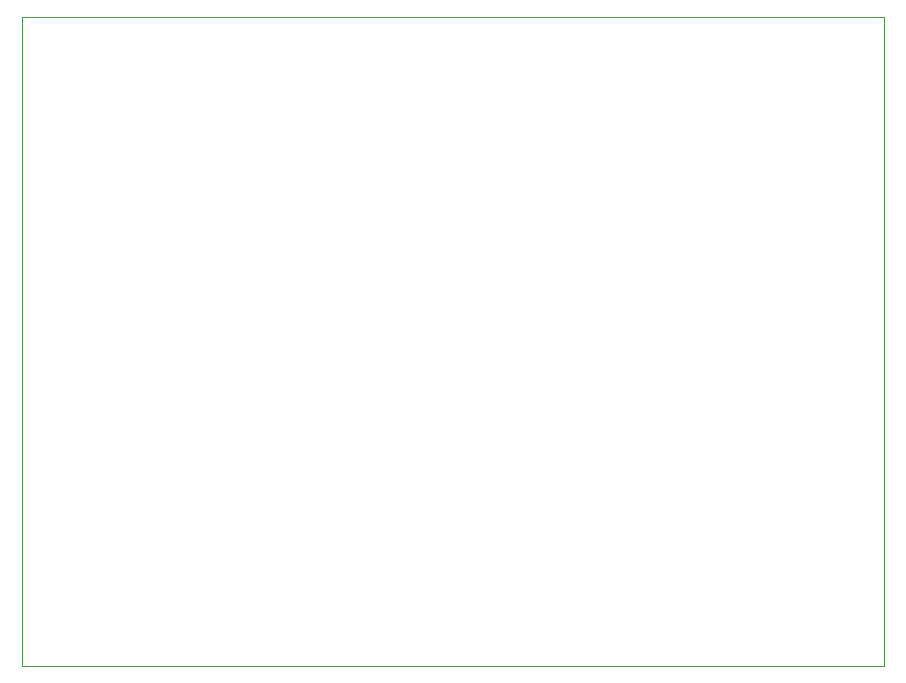
<source format=gbr>
%TF.GenerationSoftware,KiCad,Pcbnew,(6.0.9)*%
%TF.CreationDate,2023-03-02T15:05:35+09:00*%
%TF.ProjectId,mosaicBoard,6d6f7361-6963-4426-9f61-72642e6b6963,rev?*%
%TF.SameCoordinates,PX72eaf20PY14fb180*%
%TF.FileFunction,Profile,NP*%
%FSLAX46Y46*%
G04 Gerber Fmt 4.6, Leading zero omitted, Abs format (unit mm)*
G04 Created by KiCad (PCBNEW (6.0.9)) date 2023-03-02 15:05:35*
%MOMM*%
%LPD*%
G01*
G04 APERTURE LIST*
%TA.AperFunction,Profile*%
%ADD10C,0.050000*%
%TD*%
G04 APERTURE END LIST*
D10*
X73000000Y0D02*
X0Y0D01*
X0Y0D02*
X0Y-55000000D01*
X0Y-55000000D02*
X1000000Y-55000000D01*
X1000000Y-55000000D02*
X73000000Y-55000000D01*
X73000000Y-55000000D02*
X73000000Y0D01*
M02*

</source>
